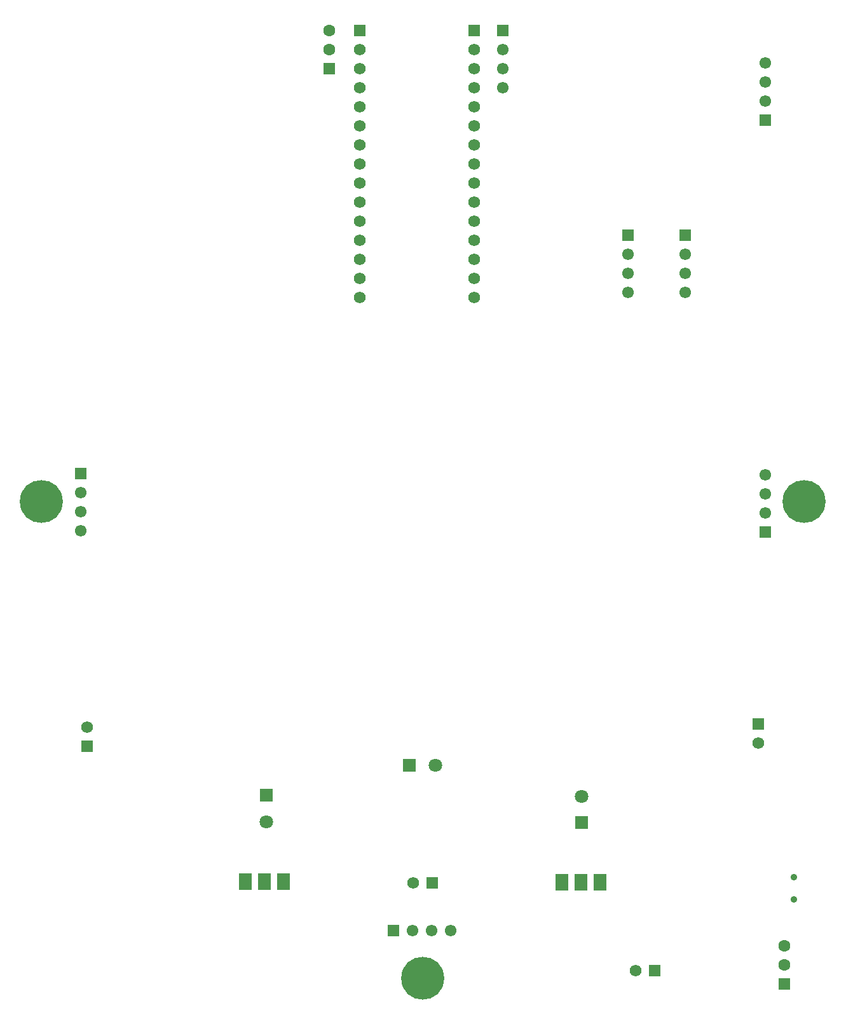
<source format=gbr>
G04*
G04 #@! TF.GenerationSoftware,Altium Limited,Altium Designer,22.4.2 (48)*
G04*
G04 Layer_Color=255*
%FSLAX24Y24*%
%MOIN*%
G70*
G04*
G04 #@! TF.SameCoordinates,537B0F5E-1D9E-48F4-ADA7-34FC38263873*
G04*
G04*
G04 #@! TF.FilePolarity,Positive*
G04*
G01*
G75*
%ADD44C,0.0618*%
%ADD45R,0.0618X0.0618*%
%ADD46C,0.0354*%
%ADD54R,0.0701X0.0902*%
%ADD55R,0.0618X0.0618*%
%ADD58C,0.0709*%
%ADD59R,0.0709X0.0709*%
%ADD60R,0.0610X0.0610*%
%ADD61C,0.0610*%
%ADD62R,0.0610X0.0610*%
%ADD63C,0.2250*%
%ADD64R,0.0709X0.0709*%
%ADD65R,0.0630X0.0630*%
%ADD66C,0.0630*%
D44*
X26700Y45700D02*
D03*
Y46700D02*
D03*
Y47700D02*
D03*
Y48700D02*
D03*
Y49700D02*
D03*
Y50700D02*
D03*
Y51700D02*
D03*
Y52700D02*
D03*
Y53700D02*
D03*
Y54700D02*
D03*
Y55700D02*
D03*
Y56700D02*
D03*
Y57700D02*
D03*
Y58700D02*
D03*
X32700Y45700D02*
D03*
Y46700D02*
D03*
Y47700D02*
D03*
Y48700D02*
D03*
Y49700D02*
D03*
Y50700D02*
D03*
Y51700D02*
D03*
Y52700D02*
D03*
Y53700D02*
D03*
Y54700D02*
D03*
Y55700D02*
D03*
Y56700D02*
D03*
Y57700D02*
D03*
Y58700D02*
D03*
X29500Y15000D02*
D03*
X47595Y22330D02*
D03*
X41150Y10400D02*
D03*
X12400Y23150D02*
D03*
D45*
X26700Y59700D02*
D03*
X32700D02*
D03*
X47595Y23330D02*
D03*
X12400Y22150D02*
D03*
D46*
X49450Y15300D02*
D03*
Y14119D02*
D03*
D54*
X20700Y15074D02*
D03*
X21700D02*
D03*
X22700D02*
D03*
X37300Y15024D02*
D03*
X38300D02*
D03*
X39300D02*
D03*
D55*
X30500Y15000D02*
D03*
X42150Y10400D02*
D03*
D58*
X30650Y21150D02*
D03*
X38311Y19539D02*
D03*
X21789Y18211D02*
D03*
D59*
X29272Y21150D02*
D03*
D60*
X47950Y55000D02*
D03*
X43750Y48950D02*
D03*
X40750D02*
D03*
X34200Y59700D02*
D03*
X12050Y36450D02*
D03*
X47950Y33400D02*
D03*
D61*
Y56000D02*
D03*
Y57000D02*
D03*
Y58000D02*
D03*
X29450Y12500D02*
D03*
X30450D02*
D03*
X31450D02*
D03*
X43750Y47950D02*
D03*
Y46950D02*
D03*
Y45950D02*
D03*
X40750Y47950D02*
D03*
Y46950D02*
D03*
Y45950D02*
D03*
X34200Y58700D02*
D03*
Y57700D02*
D03*
Y56700D02*
D03*
X12050Y35450D02*
D03*
Y34450D02*
D03*
Y33450D02*
D03*
X47950Y34400D02*
D03*
Y35400D02*
D03*
Y36400D02*
D03*
D62*
X28450Y12500D02*
D03*
D63*
X10000Y35000D02*
D03*
X50000D02*
D03*
X30000Y10000D02*
D03*
D64*
X38311Y18161D02*
D03*
X21789Y19589D02*
D03*
D65*
X48950Y9700D02*
D03*
X25100Y57700D02*
D03*
D66*
X48950Y10700D02*
D03*
Y11700D02*
D03*
X25100Y58700D02*
D03*
Y59700D02*
D03*
M02*

</source>
